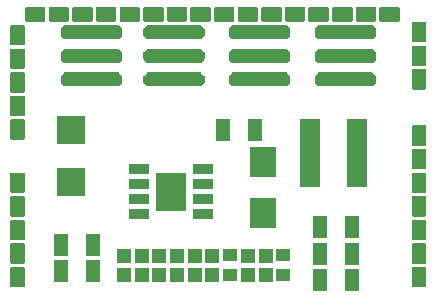
<source format=gts>
G04*
G04 #@! TF.GenerationSoftware,Altium Limited,Altium Designer,24.5.2 (23)*
G04*
G04 Layer_Color=8388736*
%FSLAX44Y44*%
%MOMM*%
G71*
G04*
G04 #@! TF.SameCoordinates,B9E64D96-6C6B-41B8-AF92-246256EA7E35*
G04*
G04*
G04 #@! TF.FilePolarity,Negative*
G04*
G01*
G75*
%ADD16R,2.3000X2.5000*%
%ADD22R,1.7532X5.8032*%
%ADD23R,1.2732X1.9832*%
%ADD24R,2.6032X3.3032*%
%ADD25R,1.7282X0.8532*%
%ADD26R,2.3532X2.4032*%
%ADD27R,1.2232X1.1432*%
%ADD28R,1.2032X1.1032*%
G36*
X327753Y241010D02*
X327883Y240984D01*
X328010Y240941D01*
X328129Y240882D01*
X328240Y240808D01*
X328340Y240720D01*
X328428Y240620D01*
X328502Y240509D01*
X328561Y240390D01*
X328604Y240264D01*
X328629Y240133D01*
X328638Y240000D01*
Y230000D01*
X328629Y229867D01*
X328604Y229736D01*
X328561Y229610D01*
X328502Y229491D01*
X328428Y229380D01*
X328340Y229280D01*
X328240Y229192D01*
X328129Y229118D01*
X328010Y229059D01*
X327883Y229016D01*
X327753Y228990D01*
X327620Y228982D01*
X312380Y228982D01*
X312247Y228991D01*
X312117Y229016D01*
X311990Y229059D01*
X311871Y229118D01*
X311760Y229192D01*
X311660Y229280D01*
X311572Y229380D01*
X311498Y229491D01*
X311439Y229610D01*
X311397Y229736D01*
X311371Y229867D01*
X311362Y230000D01*
Y240000D01*
X311371Y240133D01*
X311397Y240264D01*
X311439Y240390D01*
X311498Y240509D01*
X311572Y240620D01*
X311660Y240720D01*
X311760Y240808D01*
X311871Y240882D01*
X311990Y240941D01*
X312117Y240984D01*
X312247Y241010D01*
X312380Y241018D01*
X327620D01*
X327753Y241010D01*
D02*
G37*
G36*
X307753D02*
X307883Y240984D01*
X308010Y240941D01*
X308129Y240882D01*
X308240Y240808D01*
X308340Y240720D01*
X308428Y240620D01*
X308502Y240509D01*
X308561Y240390D01*
X308603Y240264D01*
X308629Y240133D01*
X308638Y240000D01*
Y230000D01*
X308629Y229867D01*
X308603Y229736D01*
X308561Y229610D01*
X308502Y229491D01*
X308428Y229380D01*
X308340Y229280D01*
X308240Y229192D01*
X308129Y229118D01*
X308010Y229059D01*
X307883Y229016D01*
X307753Y228990D01*
X307620Y228982D01*
X292380Y228982D01*
X292247Y228991D01*
X292117Y229016D01*
X291990Y229059D01*
X291871Y229118D01*
X291760Y229192D01*
X291660Y229280D01*
X291572Y229380D01*
X291498Y229491D01*
X291439Y229610D01*
X291397Y229736D01*
X291371Y229867D01*
X291362Y230000D01*
Y240000D01*
X291371Y240133D01*
X291397Y240264D01*
X291439Y240390D01*
X291498Y240509D01*
X291572Y240620D01*
X291660Y240720D01*
X291760Y240808D01*
X291871Y240882D01*
X291990Y240941D01*
X292117Y240984D01*
X292247Y241010D01*
X292380Y241018D01*
X307620D01*
X307753Y241010D01*
D02*
G37*
G36*
X267753D02*
X267883Y240984D01*
X268010Y240941D01*
X268129Y240882D01*
X268240Y240808D01*
X268340Y240720D01*
X268428Y240620D01*
X268502Y240509D01*
X268561Y240390D01*
X268603Y240264D01*
X268629Y240133D01*
X268638Y240000D01*
Y230000D01*
X268629Y229867D01*
X268603Y229736D01*
X268561Y229610D01*
X268502Y229491D01*
X268428Y229380D01*
X268340Y229280D01*
X268240Y229192D01*
X268129Y229118D01*
X268010Y229059D01*
X267883Y229016D01*
X267753Y228990D01*
X267620Y228982D01*
X252380Y228982D01*
X252247Y228991D01*
X252117Y229016D01*
X251990Y229059D01*
X251871Y229118D01*
X251760Y229192D01*
X251660Y229280D01*
X251572Y229380D01*
X251498Y229491D01*
X251439Y229610D01*
X251397Y229736D01*
X251371Y229867D01*
X251362Y230000D01*
Y240000D01*
X251371Y240133D01*
X251397Y240264D01*
X251439Y240390D01*
X251498Y240509D01*
X251572Y240620D01*
X251660Y240720D01*
X251760Y240808D01*
X251871Y240882D01*
X251990Y240941D01*
X252117Y240984D01*
X252247Y241010D01*
X252380Y241018D01*
X267620D01*
X267753Y241010D01*
D02*
G37*
G36*
X247753D02*
X247883Y240984D01*
X248010Y240941D01*
X248129Y240882D01*
X248240Y240808D01*
X248340Y240720D01*
X248428Y240620D01*
X248502Y240509D01*
X248561Y240390D01*
X248603Y240264D01*
X248629Y240133D01*
X248638Y240000D01*
Y230000D01*
X248629Y229867D01*
X248603Y229736D01*
X248561Y229610D01*
X248502Y229491D01*
X248428Y229380D01*
X248340Y229280D01*
X248240Y229192D01*
X248129Y229118D01*
X248010Y229059D01*
X247883Y229016D01*
X247753Y228990D01*
X247620Y228982D01*
X232380Y228982D01*
X232247Y228991D01*
X232117Y229016D01*
X231990Y229059D01*
X231871Y229118D01*
X231760Y229192D01*
X231660Y229280D01*
X231572Y229380D01*
X231498Y229491D01*
X231439Y229610D01*
X231397Y229736D01*
X231371Y229867D01*
X231362Y230000D01*
Y240000D01*
X231371Y240133D01*
X231397Y240264D01*
X231439Y240390D01*
X231498Y240509D01*
X231572Y240620D01*
X231660Y240720D01*
X231760Y240808D01*
X231871Y240882D01*
X231990Y240941D01*
X232117Y240984D01*
X232247Y241010D01*
X232380Y241018D01*
X247620D01*
X247753Y241010D01*
D02*
G37*
G36*
X227753D02*
X227883Y240984D01*
X228010Y240941D01*
X228129Y240882D01*
X228240Y240808D01*
X228340Y240720D01*
X228428Y240620D01*
X228502Y240509D01*
X228561Y240390D01*
X228603Y240264D01*
X228629Y240133D01*
X228638Y240000D01*
Y230000D01*
X228629Y229867D01*
X228603Y229736D01*
X228561Y229610D01*
X228502Y229491D01*
X228428Y229380D01*
X228340Y229280D01*
X228240Y229192D01*
X228129Y229118D01*
X228010Y229059D01*
X227883Y229016D01*
X227753Y228990D01*
X227620Y228982D01*
X212380Y228982D01*
X212247Y228991D01*
X212117Y229016D01*
X211990Y229059D01*
X211871Y229118D01*
X211760Y229192D01*
X211660Y229280D01*
X211572Y229380D01*
X211498Y229491D01*
X211439Y229610D01*
X211397Y229736D01*
X211371Y229867D01*
X211362Y230000D01*
Y240000D01*
X211371Y240133D01*
X211397Y240264D01*
X211439Y240390D01*
X211498Y240509D01*
X211572Y240620D01*
X211660Y240720D01*
X211760Y240808D01*
X211871Y240882D01*
X211990Y240941D01*
X212117Y240984D01*
X212247Y241010D01*
X212380Y241018D01*
X227620D01*
X227753Y241010D01*
D02*
G37*
G36*
X207753D02*
X207883Y240984D01*
X208010Y240941D01*
X208129Y240882D01*
X208240Y240808D01*
X208340Y240720D01*
X208428Y240620D01*
X208502Y240509D01*
X208561Y240390D01*
X208603Y240264D01*
X208629Y240133D01*
X208638Y240000D01*
Y230000D01*
X208629Y229867D01*
X208603Y229736D01*
X208561Y229610D01*
X208502Y229491D01*
X208428Y229380D01*
X208340Y229280D01*
X208240Y229192D01*
X208129Y229118D01*
X208010Y229059D01*
X207883Y229016D01*
X207753Y228990D01*
X207620Y228982D01*
X192380Y228982D01*
X192247Y228991D01*
X192117Y229016D01*
X191990Y229059D01*
X191871Y229118D01*
X191760Y229192D01*
X191660Y229280D01*
X191572Y229380D01*
X191498Y229491D01*
X191439Y229610D01*
X191397Y229736D01*
X191371Y229867D01*
X191362Y230000D01*
Y240000D01*
X191371Y240133D01*
X191397Y240264D01*
X191439Y240390D01*
X191498Y240509D01*
X191572Y240620D01*
X191660Y240720D01*
X191760Y240808D01*
X191871Y240882D01*
X191990Y240941D01*
X192117Y240984D01*
X192247Y241010D01*
X192380Y241018D01*
X207620D01*
X207753Y241010D01*
D02*
G37*
G36*
X187753D02*
X187883Y240984D01*
X188010Y240941D01*
X188129Y240882D01*
X188240Y240808D01*
X188340Y240720D01*
X188428Y240620D01*
X188502Y240509D01*
X188561Y240390D01*
X188603Y240264D01*
X188629Y240133D01*
X188638Y240000D01*
Y230000D01*
X188629Y229867D01*
X188603Y229736D01*
X188561Y229610D01*
X188502Y229491D01*
X188428Y229380D01*
X188340Y229280D01*
X188240Y229192D01*
X188129Y229118D01*
X188010Y229059D01*
X187883Y229016D01*
X187753Y228990D01*
X187620Y228982D01*
X172380Y228982D01*
X172247Y228991D01*
X172117Y229016D01*
X171990Y229059D01*
X171871Y229118D01*
X171760Y229192D01*
X171660Y229280D01*
X171572Y229380D01*
X171498Y229491D01*
X171439Y229610D01*
X171397Y229736D01*
X171371Y229867D01*
X171362Y230000D01*
Y240000D01*
X171371Y240133D01*
X171397Y240264D01*
X171439Y240390D01*
X171498Y240509D01*
X171572Y240620D01*
X171660Y240720D01*
X171760Y240808D01*
X171871Y240882D01*
X171990Y240941D01*
X172117Y240984D01*
X172247Y241010D01*
X172380Y241018D01*
X187620D01*
X187753Y241010D01*
D02*
G37*
G36*
X167753D02*
X167883Y240984D01*
X168010Y240941D01*
X168129Y240882D01*
X168240Y240808D01*
X168340Y240720D01*
X168428Y240620D01*
X168502Y240509D01*
X168561Y240390D01*
X168603Y240264D01*
X168629Y240133D01*
X168638Y240000D01*
Y230000D01*
X168629Y229867D01*
X168603Y229736D01*
X168561Y229610D01*
X168502Y229491D01*
X168428Y229380D01*
X168340Y229280D01*
X168240Y229192D01*
X168129Y229118D01*
X168010Y229059D01*
X167883Y229016D01*
X167753Y228990D01*
X167620Y228982D01*
X152380Y228982D01*
X152247Y228991D01*
X152116Y229016D01*
X151990Y229059D01*
X151871Y229118D01*
X151760Y229192D01*
X151660Y229280D01*
X151572Y229380D01*
X151498Y229491D01*
X151439Y229610D01*
X151397Y229736D01*
X151370Y229867D01*
X151362Y230000D01*
Y240000D01*
X151370Y240133D01*
X151397Y240264D01*
X151439Y240390D01*
X151498Y240509D01*
X151572Y240620D01*
X151660Y240720D01*
X151760Y240808D01*
X151871Y240882D01*
X151990Y240941D01*
X152116Y240984D01*
X152247Y241010D01*
X152380Y241018D01*
X167620D01*
X167753Y241010D01*
D02*
G37*
G36*
X147753D02*
X147884Y240984D01*
X148010Y240941D01*
X148129Y240882D01*
X148240Y240808D01*
X148340Y240720D01*
X148428Y240620D01*
X148502Y240509D01*
X148561Y240390D01*
X148603Y240264D01*
X148630Y240133D01*
X148638Y240000D01*
Y230000D01*
X148630Y229867D01*
X148603Y229736D01*
X148561Y229610D01*
X148502Y229491D01*
X148428Y229380D01*
X148340Y229280D01*
X148240Y229192D01*
X148129Y229118D01*
X148010Y229059D01*
X147884Y229016D01*
X147753Y228990D01*
X147620Y228982D01*
X132380Y228982D01*
X132247Y228991D01*
X132116Y229016D01*
X131990Y229059D01*
X131871Y229118D01*
X131760Y229192D01*
X131660Y229280D01*
X131572Y229380D01*
X131498Y229491D01*
X131439Y229610D01*
X131397Y229736D01*
X131370Y229867D01*
X131362Y230000D01*
Y240000D01*
X131370Y240133D01*
X131397Y240264D01*
X131439Y240390D01*
X131498Y240509D01*
X131572Y240620D01*
X131660Y240720D01*
X131760Y240808D01*
X131871Y240882D01*
X131990Y240941D01*
X132116Y240984D01*
X132247Y241010D01*
X132380Y241018D01*
X147620D01*
X147753Y241010D01*
D02*
G37*
G36*
X127753D02*
X127884Y240984D01*
X128010Y240941D01*
X128129Y240882D01*
X128240Y240808D01*
X128340Y240720D01*
X128428Y240620D01*
X128502Y240509D01*
X128561Y240390D01*
X128603Y240264D01*
X128630Y240133D01*
X128638Y240000D01*
Y230000D01*
X128630Y229867D01*
X128603Y229736D01*
X128561Y229610D01*
X128502Y229491D01*
X128428Y229380D01*
X128340Y229280D01*
X128240Y229192D01*
X128129Y229118D01*
X128010Y229059D01*
X127884Y229016D01*
X127753Y228990D01*
X127620Y228982D01*
X112380Y228982D01*
X112247Y228991D01*
X112116Y229016D01*
X111990Y229059D01*
X111871Y229118D01*
X111760Y229192D01*
X111660Y229280D01*
X111572Y229380D01*
X111498Y229491D01*
X111439Y229610D01*
X111397Y229736D01*
X111370Y229867D01*
X111362Y230000D01*
Y240000D01*
X111370Y240133D01*
X111397Y240264D01*
X111439Y240390D01*
X111498Y240509D01*
X111572Y240620D01*
X111660Y240720D01*
X111760Y240808D01*
X111871Y240882D01*
X111990Y240941D01*
X112116Y240984D01*
X112247Y241010D01*
X112380Y241018D01*
X127620D01*
X127753Y241010D01*
D02*
G37*
G36*
X107753D02*
X107884Y240984D01*
X108010Y240941D01*
X108129Y240882D01*
X108240Y240808D01*
X108340Y240720D01*
X108428Y240620D01*
X108502Y240509D01*
X108561Y240390D01*
X108603Y240264D01*
X108630Y240133D01*
X108638Y240000D01*
Y230000D01*
X108630Y229867D01*
X108603Y229736D01*
X108561Y229610D01*
X108502Y229491D01*
X108428Y229380D01*
X108340Y229280D01*
X108240Y229192D01*
X108129Y229118D01*
X108010Y229059D01*
X107884Y229016D01*
X107753Y228990D01*
X107620Y228982D01*
X92380Y228982D01*
X92247Y228991D01*
X92116Y229016D01*
X91990Y229059D01*
X91871Y229118D01*
X91760Y229192D01*
X91660Y229280D01*
X91572Y229380D01*
X91498Y229491D01*
X91439Y229610D01*
X91397Y229736D01*
X91370Y229867D01*
X91362Y230000D01*
Y240000D01*
X91370Y240133D01*
X91397Y240264D01*
X91439Y240390D01*
X91498Y240509D01*
X91572Y240620D01*
X91660Y240720D01*
X91760Y240808D01*
X91871Y240882D01*
X91990Y240941D01*
X92116Y240984D01*
X92247Y241010D01*
X92380Y241018D01*
X107620D01*
X107753Y241010D01*
D02*
G37*
G36*
X47753D02*
X47884Y240984D01*
X48010Y240941D01*
X48129Y240882D01*
X48240Y240808D01*
X48340Y240720D01*
X48428Y240620D01*
X48502Y240509D01*
X48561Y240390D01*
X48604Y240264D01*
X48629Y240133D01*
X48638Y240000D01*
Y230000D01*
X48629Y229867D01*
X48604Y229736D01*
X48561Y229610D01*
X48502Y229491D01*
X48428Y229380D01*
X48340Y229280D01*
X48240Y229192D01*
X48129Y229118D01*
X48010Y229059D01*
X47884Y229016D01*
X47753Y228990D01*
X47620Y228982D01*
X32380Y228982D01*
X32247Y228991D01*
X32116Y229016D01*
X31990Y229059D01*
X31871Y229118D01*
X31760Y229192D01*
X31660Y229280D01*
X31572Y229380D01*
X31498Y229491D01*
X31439Y229610D01*
X31397Y229736D01*
X31370Y229867D01*
X31362Y230000D01*
Y240000D01*
X31370Y240133D01*
X31397Y240264D01*
X31439Y240390D01*
X31498Y240509D01*
X31572Y240620D01*
X31660Y240720D01*
X31760Y240808D01*
X31871Y240882D01*
X31990Y240941D01*
X32116Y240984D01*
X32247Y241010D01*
X32380Y241018D01*
X47620D01*
X47753Y241010D01*
D02*
G37*
G36*
X27753D02*
X27884Y240984D01*
X28010Y240941D01*
X28129Y240882D01*
X28240Y240808D01*
X28340Y240720D01*
X28428Y240620D01*
X28502Y240509D01*
X28561Y240390D01*
X28603Y240264D01*
X28630Y240133D01*
X28638Y240000D01*
Y230000D01*
X28630Y229867D01*
X28603Y229736D01*
X28561Y229610D01*
X28502Y229491D01*
X28428Y229380D01*
X28340Y229280D01*
X28240Y229192D01*
X28129Y229118D01*
X28010Y229059D01*
X27884Y229016D01*
X27753Y228990D01*
X27620Y228982D01*
X12380Y228982D01*
X12247Y228991D01*
X12117Y229016D01*
X11990Y229059D01*
X11871Y229118D01*
X11760Y229192D01*
X11660Y229280D01*
X11572Y229380D01*
X11498Y229491D01*
X11439Y229610D01*
X11396Y229736D01*
X11371Y229867D01*
X11362Y230000D01*
Y240000D01*
X11371Y240133D01*
X11396Y240264D01*
X11439Y240390D01*
X11498Y240509D01*
X11572Y240620D01*
X11660Y240720D01*
X11760Y240808D01*
X11871Y240882D01*
X11990Y240941D01*
X12117Y240984D01*
X12247Y241010D01*
X12380Y241018D01*
X27620D01*
X27753Y241010D01*
D02*
G37*
G36*
X287753Y241009D02*
X287883Y240984D01*
X288010Y240941D01*
X288129Y240882D01*
X288240Y240808D01*
X288340Y240720D01*
X288428Y240620D01*
X288502Y240509D01*
X288561Y240390D01*
X288603Y240264D01*
X288629Y240133D01*
X288638Y240000D01*
Y230000D01*
X288629Y229867D01*
X288603Y229736D01*
X288561Y229610D01*
X288502Y229491D01*
X288428Y229380D01*
X288340Y229280D01*
X288240Y229192D01*
X288129Y229118D01*
X288010Y229059D01*
X287883Y229016D01*
X287753Y228990D01*
X287620Y228982D01*
X272380Y228982D01*
X272247Y228990D01*
X272116Y229016D01*
X271990Y229059D01*
X271871Y229118D01*
X271760Y229192D01*
X271660Y229280D01*
X271572Y229380D01*
X271498Y229491D01*
X271439Y229610D01*
X271397Y229736D01*
X271371Y229867D01*
X271362Y230000D01*
Y240000D01*
X271371Y240133D01*
X271397Y240264D01*
X271439Y240390D01*
X271498Y240509D01*
X271572Y240620D01*
X271660Y240720D01*
X271760Y240808D01*
X271871Y240882D01*
X271990Y240941D01*
X272116Y240984D01*
X272247Y241009D01*
X272380Y241018D01*
X287620D01*
X287753Y241009D01*
D02*
G37*
G36*
X87753D02*
X87884Y240984D01*
X88010Y240941D01*
X88129Y240882D01*
X88240Y240808D01*
X88340Y240720D01*
X88428Y240620D01*
X88502Y240509D01*
X88561Y240390D01*
X88603Y240264D01*
X88630Y240133D01*
X88638Y240000D01*
Y230000D01*
X88630Y229867D01*
X88603Y229736D01*
X88561Y229610D01*
X88502Y229491D01*
X88428Y229380D01*
X88340Y229280D01*
X88240Y229192D01*
X88129Y229118D01*
X88010Y229059D01*
X87884Y229016D01*
X87753Y228990D01*
X87620Y228982D01*
X72380Y228982D01*
X72247Y228990D01*
X72116Y229016D01*
X71990Y229059D01*
X71871Y229118D01*
X71760Y229192D01*
X71660Y229280D01*
X71572Y229380D01*
X71498Y229491D01*
X71439Y229610D01*
X71396Y229736D01*
X71371Y229867D01*
X71362Y230000D01*
Y240000D01*
X71371Y240133D01*
X71396Y240264D01*
X71439Y240390D01*
X71498Y240509D01*
X71572Y240620D01*
X71660Y240720D01*
X71760Y240808D01*
X71871Y240882D01*
X71990Y240941D01*
X72116Y240984D01*
X72247Y241009D01*
X72380Y241018D01*
X87620D01*
X87753Y241009D01*
D02*
G37*
G36*
X67753D02*
X67884Y240984D01*
X68010Y240941D01*
X68129Y240882D01*
X68240Y240808D01*
X68340Y240720D01*
X68428Y240620D01*
X68502Y240509D01*
X68561Y240390D01*
X68604Y240264D01*
X68629Y240133D01*
X68638Y240000D01*
Y230000D01*
X68629Y229867D01*
X68604Y229736D01*
X68561Y229610D01*
X68502Y229491D01*
X68428Y229380D01*
X68340Y229280D01*
X68240Y229192D01*
X68129Y229118D01*
X68010Y229059D01*
X67884Y229016D01*
X67753Y228990D01*
X67620Y228982D01*
X52380Y228982D01*
X52247Y228990D01*
X52116Y229016D01*
X51990Y229059D01*
X51871Y229118D01*
X51760Y229192D01*
X51660Y229280D01*
X51572Y229380D01*
X51498Y229491D01*
X51439Y229610D01*
X51396Y229736D01*
X51371Y229867D01*
X51362Y230000D01*
Y240000D01*
X51371Y240133D01*
X51396Y240264D01*
X51439Y240390D01*
X51498Y240509D01*
X51572Y240620D01*
X51660Y240720D01*
X51760Y240808D01*
X51871Y240882D01*
X51990Y240941D01*
X52116Y240984D01*
X52247Y241009D01*
X52380Y241018D01*
X67620D01*
X67753Y241009D01*
D02*
G37*
G36*
X305133Y226010D02*
X305264Y225984D01*
X305390Y225941D01*
X305509Y225882D01*
X305620Y225808D01*
X305720Y225720D01*
X308220Y223220D01*
X308308Y223120D01*
X308382Y223009D01*
X308441Y222890D01*
X308484Y222764D01*
X308510Y222633D01*
X308518Y222500D01*
Y217500D01*
X308510Y217367D01*
X308484Y217236D01*
X308441Y217110D01*
X308382Y216991D01*
X308308Y216880D01*
X308220Y216780D01*
X305720Y214280D01*
X305620Y214192D01*
X305509Y214118D01*
X305390Y214059D01*
X305264Y214016D01*
X305133Y213990D01*
X305000Y213982D01*
X260000D01*
X259867Y213990D01*
X259736Y214016D01*
X259610Y214059D01*
X259491Y214118D01*
X259380Y214192D01*
X259280Y214280D01*
X256780Y216780D01*
X256692Y216880D01*
X256618Y216991D01*
X256559Y217110D01*
X256516Y217236D01*
X256490Y217367D01*
X256482Y217500D01*
Y222500D01*
X256490Y222633D01*
X256516Y222764D01*
X256559Y222890D01*
X256618Y223009D01*
X256692Y223120D01*
X256780Y223220D01*
X259280Y225720D01*
X259380Y225808D01*
X259491Y225882D01*
X259610Y225941D01*
X259736Y225984D01*
X259867Y226010D01*
X260000Y226018D01*
X305000D01*
X305133Y226010D01*
D02*
G37*
G36*
X232633D02*
X232764Y225984D01*
X232890Y225941D01*
X233009Y225882D01*
X233120Y225808D01*
X233220Y225720D01*
X235720Y223220D01*
X235808Y223120D01*
X235882Y223009D01*
X235941Y222890D01*
X235984Y222764D01*
X236010Y222633D01*
X236018Y222500D01*
Y217500D01*
X236010Y217367D01*
X235984Y217236D01*
X235941Y217110D01*
X235882Y216991D01*
X235808Y216880D01*
X235720Y216780D01*
X233220Y214280D01*
X233120Y214192D01*
X233009Y214118D01*
X232890Y214059D01*
X232764Y214016D01*
X232633Y213990D01*
X232500Y213982D01*
X187500D01*
X187367Y213990D01*
X187236Y214016D01*
X187110Y214059D01*
X186991Y214118D01*
X186880Y214192D01*
X186780Y214280D01*
X184280Y216780D01*
X184192Y216880D01*
X184118Y216991D01*
X184059Y217110D01*
X184016Y217236D01*
X183990Y217367D01*
X183982Y217500D01*
Y222500D01*
X183990Y222633D01*
X184016Y222764D01*
X184059Y222890D01*
X184118Y223009D01*
X184192Y223120D01*
X184280Y223220D01*
X186780Y225720D01*
X186880Y225808D01*
X186991Y225882D01*
X187110Y225941D01*
X187236Y225984D01*
X187367Y226010D01*
X187500Y226018D01*
X232500D01*
X232633Y226010D01*
D02*
G37*
G36*
X160133D02*
X160264Y225984D01*
X160390Y225941D01*
X160509Y225882D01*
X160620Y225808D01*
X160720Y225720D01*
X163220Y223220D01*
X163308Y223120D01*
X163382Y223009D01*
X163441Y222890D01*
X163484Y222764D01*
X163510Y222633D01*
X163518Y222500D01*
Y217500D01*
X163510Y217367D01*
X163484Y217236D01*
X163441Y217110D01*
X163382Y216991D01*
X163308Y216880D01*
X163220Y216780D01*
X160720Y214280D01*
X160620Y214192D01*
X160509Y214118D01*
X160390Y214059D01*
X160264Y214016D01*
X160133Y213990D01*
X160000Y213982D01*
X115000D01*
X114867Y213990D01*
X114736Y214016D01*
X114610Y214059D01*
X114491Y214118D01*
X114380Y214192D01*
X114280Y214280D01*
X111780Y216780D01*
X111692Y216880D01*
X111618Y216991D01*
X111559Y217110D01*
X111517Y217236D01*
X111490Y217367D01*
X111482Y217500D01*
Y222500D01*
X111490Y222633D01*
X111517Y222764D01*
X111559Y222890D01*
X111618Y223009D01*
X111692Y223120D01*
X111780Y223220D01*
X114280Y225720D01*
X114380Y225808D01*
X114491Y225882D01*
X114610Y225941D01*
X114736Y225984D01*
X114867Y226010D01*
X115000Y226018D01*
X160000D01*
X160133Y226010D01*
D02*
G37*
G36*
X90133D02*
X90264Y225984D01*
X90390Y225941D01*
X90509Y225882D01*
X90620Y225808D01*
X90720Y225720D01*
X93220Y223220D01*
X93308Y223120D01*
X93382Y223009D01*
X93441Y222890D01*
X93483Y222764D01*
X93510Y222633D01*
X93518Y222500D01*
Y217500D01*
X93510Y217367D01*
X93483Y217236D01*
X93441Y217110D01*
X93382Y216991D01*
X93308Y216880D01*
X93220Y216780D01*
X90720Y214280D01*
X90620Y214192D01*
X90509Y214118D01*
X90390Y214059D01*
X90264Y214016D01*
X90133Y213990D01*
X90000Y213982D01*
X45000D01*
X44867Y213990D01*
X44736Y214016D01*
X44610Y214059D01*
X44491Y214118D01*
X44380Y214192D01*
X44280Y214280D01*
X41780Y216780D01*
X41692Y216880D01*
X41618Y216991D01*
X41559Y217110D01*
X41516Y217236D01*
X41491Y217367D01*
X41482Y217500D01*
Y222500D01*
X41491Y222633D01*
X41516Y222764D01*
X41559Y222890D01*
X41618Y223009D01*
X41692Y223120D01*
X41780Y223220D01*
X44280Y225720D01*
X44380Y225808D01*
X44491Y225882D01*
X44610Y225941D01*
X44736Y225984D01*
X44867Y226010D01*
X45000Y226018D01*
X90000D01*
X90133Y226010D01*
D02*
G37*
G36*
X350133Y228629D02*
X350263Y228603D01*
X350390Y228561D01*
X350509Y228502D01*
X350620Y228428D01*
X350720Y228340D01*
X350808Y228240D01*
X350882Y228129D01*
X350941Y228010D01*
X350984Y227883D01*
X351009Y227753D01*
X351018Y227620D01*
Y212380D01*
X351009Y212247D01*
X350984Y212117D01*
X350941Y211990D01*
X350882Y211871D01*
X350808Y211760D01*
X350720Y211660D01*
X350620Y211572D01*
X350509Y211498D01*
X350390Y211439D01*
X350263Y211397D01*
X350133Y211371D01*
X350000Y211362D01*
X340000D01*
X339867Y211371D01*
X339737Y211397D01*
X339610Y211439D01*
X339491Y211498D01*
X339380Y211572D01*
X339280Y211660D01*
X339192Y211760D01*
X339118Y211871D01*
X339059Y211990D01*
X339016Y212117D01*
X338991Y212247D01*
X338982Y212380D01*
X338982Y227620D01*
X338991Y227753D01*
X339016Y227883D01*
X339059Y228010D01*
X339118Y228129D01*
X339192Y228240D01*
X339280Y228340D01*
X339380Y228428D01*
X339491Y228502D01*
X339610Y228561D01*
X339737Y228603D01*
X339867Y228629D01*
X340000Y228638D01*
X350000D01*
X350133Y228629D01*
D02*
G37*
G36*
X10133Y226129D02*
X10264Y226103D01*
X10390Y226061D01*
X10509Y226002D01*
X10620Y225928D01*
X10720Y225840D01*
X10808Y225740D01*
X10882Y225629D01*
X10941Y225510D01*
X10984Y225383D01*
X11010Y225253D01*
X11018Y225120D01*
X11018Y209880D01*
X11010Y209747D01*
X10984Y209617D01*
X10941Y209490D01*
X10882Y209371D01*
X10808Y209260D01*
X10720Y209160D01*
X10620Y209072D01*
X10509Y208998D01*
X10390Y208939D01*
X10264Y208897D01*
X10133Y208871D01*
X10000Y208862D01*
X0D01*
X-133Y208871D01*
X-264Y208897D01*
X-390Y208939D01*
X-509Y208998D01*
X-620Y209072D01*
X-720Y209160D01*
X-808Y209260D01*
X-882Y209371D01*
X-941Y209490D01*
X-984Y209617D01*
X-1010Y209747D01*
X-1018Y209880D01*
Y225120D01*
X-1010Y225253D01*
X-984Y225383D01*
X-941Y225510D01*
X-882Y225629D01*
X-808Y225740D01*
X-720Y225840D01*
X-620Y225928D01*
X-509Y226002D01*
X-390Y226061D01*
X-264Y226103D01*
X-133Y226129D01*
X0Y226138D01*
X10000D01*
X10133Y226129D01*
D02*
G37*
G36*
X305133Y206010D02*
X305264Y205984D01*
X305390Y205941D01*
X305509Y205882D01*
X305620Y205808D01*
X305720Y205720D01*
X308220Y203220D01*
X308308Y203120D01*
X308382Y203009D01*
X308441Y202890D01*
X308484Y202764D01*
X308510Y202633D01*
X308518Y202500D01*
Y197500D01*
X308510Y197367D01*
X308484Y197236D01*
X308441Y197110D01*
X308382Y196991D01*
X308308Y196880D01*
X308220Y196780D01*
X305720Y194280D01*
X305620Y194192D01*
X305509Y194118D01*
X305390Y194059D01*
X305264Y194016D01*
X305133Y193990D01*
X305000Y193982D01*
X260000D01*
X259867Y193990D01*
X259736Y194016D01*
X259610Y194059D01*
X259491Y194118D01*
X259380Y194192D01*
X259280Y194280D01*
X256780Y196780D01*
X256692Y196880D01*
X256618Y196991D01*
X256559Y197110D01*
X256516Y197236D01*
X256490Y197367D01*
X256482Y197500D01*
Y202500D01*
X256490Y202633D01*
X256516Y202764D01*
X256559Y202890D01*
X256618Y203009D01*
X256692Y203120D01*
X256780Y203220D01*
X259280Y205720D01*
X259380Y205808D01*
X259491Y205882D01*
X259610Y205941D01*
X259736Y205984D01*
X259867Y206010D01*
X260000Y206018D01*
X305000D01*
X305133Y206010D01*
D02*
G37*
G36*
X232633D02*
X232764Y205984D01*
X232890Y205941D01*
X233009Y205882D01*
X233120Y205808D01*
X233220Y205720D01*
X235720Y203220D01*
X235808Y203120D01*
X235882Y203009D01*
X235941Y202890D01*
X235984Y202764D01*
X236010Y202633D01*
X236018Y202500D01*
Y197500D01*
X236010Y197367D01*
X235984Y197236D01*
X235941Y197110D01*
X235882Y196991D01*
X235808Y196880D01*
X235720Y196780D01*
X233220Y194280D01*
X233120Y194192D01*
X233009Y194118D01*
X232890Y194059D01*
X232764Y194016D01*
X232633Y193990D01*
X232500Y193982D01*
X187500D01*
X187367Y193990D01*
X187236Y194016D01*
X187110Y194059D01*
X186991Y194118D01*
X186880Y194192D01*
X186780Y194280D01*
X184280Y196780D01*
X184192Y196880D01*
X184118Y196991D01*
X184059Y197110D01*
X184016Y197236D01*
X183990Y197367D01*
X183982Y197500D01*
Y202500D01*
X183990Y202633D01*
X184016Y202764D01*
X184059Y202890D01*
X184118Y203009D01*
X184192Y203120D01*
X184280Y203220D01*
X186780Y205720D01*
X186880Y205808D01*
X186991Y205882D01*
X187110Y205941D01*
X187236Y205984D01*
X187367Y206010D01*
X187500Y206018D01*
X232500D01*
X232633Y206010D01*
D02*
G37*
G36*
X160133D02*
X160264Y205984D01*
X160390Y205941D01*
X160509Y205882D01*
X160620Y205808D01*
X160720Y205720D01*
X163220Y203220D01*
X163308Y203120D01*
X163382Y203009D01*
X163441Y202890D01*
X163484Y202764D01*
X163510Y202633D01*
X163518Y202500D01*
Y197500D01*
X163510Y197367D01*
X163484Y197236D01*
X163441Y197110D01*
X163382Y196991D01*
X163308Y196880D01*
X163220Y196780D01*
X160720Y194280D01*
X160620Y194192D01*
X160509Y194118D01*
X160390Y194059D01*
X160264Y194016D01*
X160133Y193990D01*
X160000Y193982D01*
X115000D01*
X114867Y193990D01*
X114736Y194016D01*
X114610Y194059D01*
X114491Y194118D01*
X114380Y194192D01*
X114280Y194280D01*
X111780Y196780D01*
X111692Y196880D01*
X111618Y196991D01*
X111559Y197110D01*
X111517Y197236D01*
X111490Y197367D01*
X111482Y197500D01*
Y202500D01*
X111490Y202633D01*
X111517Y202764D01*
X111559Y202890D01*
X111618Y203009D01*
X111692Y203120D01*
X111780Y203220D01*
X114280Y205720D01*
X114380Y205808D01*
X114491Y205882D01*
X114610Y205941D01*
X114736Y205984D01*
X114867Y206010D01*
X115000Y206018D01*
X160000D01*
X160133Y206010D01*
D02*
G37*
G36*
X90133D02*
X90264Y205984D01*
X90390Y205941D01*
X90509Y205882D01*
X90620Y205808D01*
X90720Y205720D01*
X93220Y203220D01*
X93308Y203120D01*
X93382Y203009D01*
X93441Y202890D01*
X93483Y202764D01*
X93510Y202633D01*
X93518Y202500D01*
Y197500D01*
X93510Y197367D01*
X93483Y197236D01*
X93441Y197110D01*
X93382Y196991D01*
X93308Y196880D01*
X93220Y196780D01*
X90720Y194280D01*
X90620Y194192D01*
X90509Y194118D01*
X90390Y194059D01*
X90264Y194016D01*
X90133Y193990D01*
X90000Y193982D01*
X45000D01*
X44867Y193990D01*
X44736Y194016D01*
X44610Y194059D01*
X44491Y194118D01*
X44380Y194192D01*
X44280Y194280D01*
X41780Y196780D01*
X41692Y196880D01*
X41618Y196991D01*
X41559Y197110D01*
X41516Y197236D01*
X41491Y197367D01*
X41482Y197500D01*
Y202500D01*
X41491Y202633D01*
X41516Y202764D01*
X41559Y202890D01*
X41618Y203009D01*
X41692Y203120D01*
X41780Y203220D01*
X44280Y205720D01*
X44380Y205808D01*
X44491Y205882D01*
X44610Y205941D01*
X44736Y205984D01*
X44867Y206010D01*
X45000Y206018D01*
X90000D01*
X90133Y206010D01*
D02*
G37*
G36*
X350133Y208629D02*
X350263Y208603D01*
X350390Y208561D01*
X350509Y208502D01*
X350620Y208428D01*
X350720Y208340D01*
X350808Y208240D01*
X350882Y208129D01*
X350941Y208010D01*
X350984Y207883D01*
X351009Y207753D01*
X351018Y207620D01*
Y192380D01*
X351009Y192247D01*
X350984Y192117D01*
X350941Y191990D01*
X350882Y191871D01*
X350808Y191760D01*
X350720Y191660D01*
X350620Y191572D01*
X350509Y191498D01*
X350390Y191439D01*
X350263Y191397D01*
X350133Y191371D01*
X350000Y191362D01*
X340000D01*
X339867Y191371D01*
X339737Y191397D01*
X339610Y191439D01*
X339491Y191498D01*
X339380Y191572D01*
X339280Y191660D01*
X339192Y191760D01*
X339118Y191871D01*
X339059Y191990D01*
X339016Y192117D01*
X338991Y192247D01*
X338982Y192380D01*
X338982Y207620D01*
X338991Y207753D01*
X339016Y207883D01*
X339059Y208010D01*
X339118Y208129D01*
X339192Y208240D01*
X339280Y208340D01*
X339380Y208428D01*
X339491Y208502D01*
X339610Y208561D01*
X339737Y208603D01*
X339867Y208629D01*
X340000Y208638D01*
X350000D01*
X350133Y208629D01*
D02*
G37*
G36*
X10133Y206129D02*
X10264Y206103D01*
X10390Y206061D01*
X10509Y206002D01*
X10620Y205928D01*
X10720Y205840D01*
X10808Y205740D01*
X10882Y205629D01*
X10941Y205510D01*
X10984Y205383D01*
X11010Y205253D01*
X11018Y205120D01*
X11018Y189880D01*
X11010Y189747D01*
X10984Y189617D01*
X10941Y189490D01*
X10882Y189371D01*
X10808Y189260D01*
X10720Y189160D01*
X10620Y189072D01*
X10509Y188998D01*
X10390Y188939D01*
X10264Y188897D01*
X10133Y188871D01*
X10000Y188862D01*
X0D01*
X-133Y188871D01*
X-264Y188897D01*
X-390Y188939D01*
X-509Y188998D01*
X-620Y189072D01*
X-720Y189160D01*
X-808Y189260D01*
X-882Y189371D01*
X-941Y189490D01*
X-984Y189617D01*
X-1010Y189747D01*
X-1018Y189880D01*
Y205120D01*
X-1010Y205253D01*
X-984Y205383D01*
X-941Y205510D01*
X-882Y205629D01*
X-808Y205740D01*
X-720Y205840D01*
X-620Y205928D01*
X-509Y206002D01*
X-390Y206061D01*
X-264Y206103D01*
X-133Y206129D01*
X0Y206138D01*
X10000D01*
X10133Y206129D01*
D02*
G37*
G36*
X232633Y186010D02*
X232764Y185984D01*
X232890Y185941D01*
X233009Y185882D01*
X233120Y185808D01*
X233220Y185720D01*
X235720Y183220D01*
X235808Y183120D01*
X235882Y183009D01*
X235941Y182890D01*
X235984Y182764D01*
X236010Y182633D01*
X236019Y182500D01*
Y177500D01*
X236010Y177367D01*
X235984Y177237D01*
X235941Y177111D01*
X235882Y176991D01*
X235808Y176880D01*
X235720Y176780D01*
X233220Y174280D01*
X233120Y174193D01*
X233009Y174118D01*
X232890Y174060D01*
X232764Y174017D01*
X232633Y173991D01*
X232500Y173982D01*
X187500D01*
X187367Y173991D01*
X187237Y174017D01*
X187111Y174060D01*
X186991Y174118D01*
X186881Y174193D01*
X186780Y174280D01*
X184280Y176780D01*
X184193Y176880D01*
X184119Y176991D01*
X184060Y177111D01*
X184017Y177237D01*
X183991Y177367D01*
X183982Y177500D01*
Y182500D01*
X183991Y182633D01*
X184017Y182764D01*
X184060Y182890D01*
X184119Y183009D01*
X184193Y183120D01*
X184280Y183220D01*
X186780Y185720D01*
X186881Y185808D01*
X186991Y185882D01*
X187111Y185941D01*
X187237Y185984D01*
X187367Y186010D01*
X187500Y186018D01*
X232500D01*
X232633Y186010D01*
D02*
G37*
G36*
X305133Y186010D02*
X305264Y185984D01*
X305390Y185941D01*
X305509Y185882D01*
X305620Y185808D01*
X305720Y185720D01*
X308220Y183220D01*
X308308Y183120D01*
X308382Y183009D01*
X308441Y182890D01*
X308484Y182764D01*
X308510Y182633D01*
X308518Y182500D01*
Y177500D01*
X308510Y177367D01*
X308484Y177236D01*
X308441Y177110D01*
X308382Y176991D01*
X308308Y176880D01*
X308220Y176780D01*
X305720Y174280D01*
X305620Y174192D01*
X305509Y174118D01*
X305390Y174059D01*
X305264Y174016D01*
X305133Y173990D01*
X305000Y173982D01*
X260000D01*
X259867Y173990D01*
X259736Y174016D01*
X259610Y174059D01*
X259491Y174118D01*
X259380Y174192D01*
X259280Y174280D01*
X256780Y176780D01*
X256692Y176880D01*
X256618Y176991D01*
X256559Y177110D01*
X256516Y177236D01*
X256490Y177367D01*
X256482Y177500D01*
Y182500D01*
X256490Y182633D01*
X256516Y182764D01*
X256559Y182890D01*
X256618Y183009D01*
X256692Y183120D01*
X256780Y183220D01*
X259280Y185720D01*
X259380Y185808D01*
X259491Y185882D01*
X259610Y185941D01*
X259736Y185984D01*
X259867Y186010D01*
X260000Y186018D01*
X305000D01*
X305133Y186010D01*
D02*
G37*
G36*
X160133D02*
X160264Y185984D01*
X160390Y185941D01*
X160509Y185882D01*
X160620Y185808D01*
X160720Y185720D01*
X163220Y183220D01*
X163308Y183120D01*
X163382Y183009D01*
X163441Y182890D01*
X163484Y182764D01*
X163510Y182633D01*
X163518Y182500D01*
Y177500D01*
X163510Y177367D01*
X163484Y177236D01*
X163441Y177110D01*
X163382Y176991D01*
X163308Y176880D01*
X163220Y176780D01*
X160720Y174280D01*
X160620Y174192D01*
X160509Y174118D01*
X160390Y174059D01*
X160264Y174016D01*
X160133Y173990D01*
X160000Y173982D01*
X115000D01*
X114867Y173990D01*
X114736Y174016D01*
X114610Y174059D01*
X114491Y174118D01*
X114380Y174192D01*
X114280Y174280D01*
X111780Y176780D01*
X111692Y176880D01*
X111618Y176991D01*
X111559Y177110D01*
X111517Y177236D01*
X111490Y177367D01*
X111482Y177500D01*
Y182500D01*
X111490Y182633D01*
X111517Y182764D01*
X111559Y182890D01*
X111618Y183009D01*
X111692Y183120D01*
X111780Y183220D01*
X114280Y185720D01*
X114380Y185808D01*
X114491Y185882D01*
X114610Y185941D01*
X114736Y185984D01*
X114867Y186010D01*
X115000Y186018D01*
X160000D01*
X160133Y186010D01*
D02*
G37*
G36*
X90133D02*
X90264Y185984D01*
X90390Y185941D01*
X90509Y185882D01*
X90620Y185808D01*
X90720Y185720D01*
X93220Y183220D01*
X93308Y183120D01*
X93382Y183009D01*
X93441Y182890D01*
X93483Y182764D01*
X93510Y182633D01*
X93518Y182500D01*
Y177500D01*
X93510Y177367D01*
X93483Y177236D01*
X93441Y177110D01*
X93382Y176991D01*
X93308Y176880D01*
X93220Y176780D01*
X90720Y174280D01*
X90620Y174192D01*
X90509Y174118D01*
X90390Y174059D01*
X90264Y174016D01*
X90133Y173990D01*
X90000Y173982D01*
X45000D01*
X44867Y173990D01*
X44736Y174016D01*
X44610Y174059D01*
X44491Y174118D01*
X44380Y174192D01*
X44280Y174280D01*
X41780Y176780D01*
X41692Y176880D01*
X41618Y176991D01*
X41559Y177110D01*
X41516Y177236D01*
X41491Y177367D01*
X41482Y177500D01*
Y182500D01*
X41491Y182633D01*
X41516Y182764D01*
X41559Y182890D01*
X41618Y183009D01*
X41692Y183120D01*
X41780Y183220D01*
X44280Y185720D01*
X44380Y185808D01*
X44491Y185882D01*
X44610Y185941D01*
X44736Y185984D01*
X44867Y186010D01*
X45000Y186018D01*
X90000D01*
X90133Y186010D01*
D02*
G37*
G36*
X350133Y188629D02*
X350263Y188603D01*
X350390Y188561D01*
X350509Y188502D01*
X350620Y188428D01*
X350720Y188340D01*
X350808Y188240D01*
X350882Y188129D01*
X350941Y188010D01*
X350984Y187883D01*
X351009Y187753D01*
X351018Y187620D01*
Y172380D01*
X351009Y172247D01*
X350984Y172117D01*
X350941Y171990D01*
X350882Y171871D01*
X350808Y171760D01*
X350720Y171660D01*
X350620Y171572D01*
X350509Y171498D01*
X350390Y171439D01*
X350263Y171397D01*
X350133Y171371D01*
X350000Y171362D01*
X340000D01*
X339867Y171371D01*
X339737Y171397D01*
X339610Y171439D01*
X339491Y171498D01*
X339380Y171572D01*
X339280Y171660D01*
X339192Y171760D01*
X339118Y171871D01*
X339059Y171990D01*
X339016Y172117D01*
X338991Y172247D01*
X338982Y172380D01*
X338982Y187620D01*
X338991Y187753D01*
X339016Y187883D01*
X339059Y188010D01*
X339118Y188129D01*
X339192Y188240D01*
X339280Y188340D01*
X339380Y188428D01*
X339491Y188502D01*
X339610Y188561D01*
X339737Y188603D01*
X339867Y188629D01*
X340000Y188638D01*
X350000D01*
X350133Y188629D01*
D02*
G37*
G36*
X10133Y186129D02*
X10264Y186103D01*
X10390Y186061D01*
X10509Y186002D01*
X10620Y185928D01*
X10720Y185840D01*
X10808Y185740D01*
X10882Y185629D01*
X10941Y185510D01*
X10984Y185383D01*
X11010Y185253D01*
X11018Y185120D01*
X11018Y169880D01*
X11010Y169747D01*
X10984Y169617D01*
X10941Y169490D01*
X10882Y169371D01*
X10808Y169260D01*
X10720Y169160D01*
X10620Y169072D01*
X10509Y168998D01*
X10390Y168939D01*
X10264Y168897D01*
X10133Y168871D01*
X10000Y168862D01*
X0D01*
X-133Y168871D01*
X-264Y168897D01*
X-390Y168939D01*
X-509Y168998D01*
X-620Y169072D01*
X-720Y169160D01*
X-808Y169260D01*
X-882Y169371D01*
X-941Y169490D01*
X-984Y169617D01*
X-1009Y169747D01*
X-1018Y169880D01*
Y185120D01*
X-1009Y185253D01*
X-984Y185383D01*
X-941Y185510D01*
X-882Y185629D01*
X-808Y185740D01*
X-720Y185840D01*
X-620Y185928D01*
X-509Y186002D01*
X-390Y186061D01*
X-264Y186103D01*
X-133Y186129D01*
X0Y186138D01*
X10000D01*
X10133Y186129D01*
D02*
G37*
G36*
X10133Y166129D02*
X10264Y166103D01*
X10390Y166061D01*
X10509Y166002D01*
X10620Y165928D01*
X10720Y165840D01*
X10808Y165740D01*
X10882Y165629D01*
X10941Y165510D01*
X10984Y165383D01*
X11010Y165253D01*
X11018Y165120D01*
X11018Y149880D01*
X11010Y149747D01*
X10984Y149616D01*
X10941Y149490D01*
X10882Y149371D01*
X10808Y149260D01*
X10720Y149160D01*
X10620Y149072D01*
X10509Y148998D01*
X10390Y148939D01*
X10264Y148897D01*
X10133Y148870D01*
X10000Y148862D01*
X0D01*
X-133Y148870D01*
X-264Y148897D01*
X-390Y148939D01*
X-509Y148998D01*
X-620Y149072D01*
X-720Y149160D01*
X-808Y149260D01*
X-882Y149371D01*
X-941Y149490D01*
X-984Y149616D01*
X-1010Y149747D01*
X-1018Y149880D01*
Y165120D01*
X-1010Y165253D01*
X-984Y165383D01*
X-941Y165510D01*
X-882Y165629D01*
X-808Y165740D01*
X-720Y165840D01*
X-620Y165928D01*
X-509Y166002D01*
X-390Y166061D01*
X-264Y166103D01*
X-133Y166129D01*
X0Y166138D01*
X10000D01*
X10133Y166129D01*
D02*
G37*
G36*
Y146130D02*
X10264Y146103D01*
X10390Y146061D01*
X10509Y146002D01*
X10620Y145928D01*
X10720Y145840D01*
X10808Y145740D01*
X10882Y145629D01*
X10941Y145510D01*
X10984Y145384D01*
X11010Y145253D01*
X11018Y145120D01*
X11018Y129880D01*
X11010Y129747D01*
X10984Y129616D01*
X10941Y129490D01*
X10882Y129371D01*
X10808Y129260D01*
X10720Y129160D01*
X10620Y129072D01*
X10509Y128998D01*
X10390Y128939D01*
X10264Y128897D01*
X10133Y128870D01*
X10000Y128862D01*
X0D01*
X-133Y128870D01*
X-264Y128897D01*
X-390Y128939D01*
X-509Y128998D01*
X-620Y129072D01*
X-720Y129160D01*
X-808Y129260D01*
X-882Y129371D01*
X-941Y129490D01*
X-984Y129616D01*
X-1010Y129747D01*
X-1018Y129880D01*
Y145120D01*
X-1010Y145253D01*
X-984Y145384D01*
X-941Y145510D01*
X-882Y145629D01*
X-808Y145740D01*
X-720Y145840D01*
X-620Y145928D01*
X-509Y146002D01*
X-390Y146061D01*
X-264Y146103D01*
X-133Y146130D01*
X0Y146138D01*
X10000D01*
X10133Y146130D01*
D02*
G37*
G36*
X350133Y141130D02*
X350263Y141103D01*
X350390Y141061D01*
X350509Y141002D01*
X350620Y140928D01*
X350720Y140840D01*
X350808Y140740D01*
X350882Y140629D01*
X350941Y140510D01*
X350984Y140384D01*
X351009Y140253D01*
X351018Y140120D01*
Y124880D01*
X351009Y124747D01*
X350984Y124616D01*
X350941Y124490D01*
X350882Y124371D01*
X350808Y124260D01*
X350720Y124160D01*
X350620Y124072D01*
X350509Y123998D01*
X350390Y123939D01*
X350263Y123897D01*
X350133Y123870D01*
X350000Y123862D01*
X340000D01*
X339867Y123870D01*
X339737Y123897D01*
X339610Y123939D01*
X339491Y123998D01*
X339380Y124072D01*
X339280Y124160D01*
X339192Y124260D01*
X339118Y124371D01*
X339059Y124490D01*
X339016Y124616D01*
X338991Y124747D01*
X338982Y124880D01*
X338982Y140120D01*
X338991Y140253D01*
X339016Y140384D01*
X339059Y140510D01*
X339118Y140629D01*
X339192Y140740D01*
X339280Y140840D01*
X339380Y140928D01*
X339491Y141002D01*
X339610Y141061D01*
X339737Y141103D01*
X339867Y141130D01*
X340000Y141138D01*
X350000D01*
X350133Y141130D01*
D02*
G37*
G36*
X350133Y121130D02*
X350263Y121103D01*
X350390Y121061D01*
X350509Y121002D01*
X350620Y120928D01*
X350720Y120840D01*
X350808Y120740D01*
X350882Y120629D01*
X350941Y120510D01*
X350984Y120384D01*
X351009Y120253D01*
X351018Y120120D01*
Y104880D01*
X351009Y104747D01*
X350984Y104616D01*
X350941Y104490D01*
X350882Y104371D01*
X350808Y104260D01*
X350720Y104160D01*
X350620Y104072D01*
X350509Y103998D01*
X350390Y103939D01*
X350263Y103897D01*
X350133Y103871D01*
X350000Y103862D01*
X340000D01*
X339867Y103871D01*
X339737Y103897D01*
X339610Y103939D01*
X339491Y103998D01*
X339380Y104072D01*
X339280Y104160D01*
X339192Y104260D01*
X339118Y104371D01*
X339059Y104490D01*
X339016Y104616D01*
X338991Y104747D01*
X338982Y104880D01*
X338982Y120120D01*
X338991Y120253D01*
X339016Y120384D01*
X339059Y120510D01*
X339118Y120629D01*
X339192Y120740D01*
X339280Y120840D01*
X339380Y120928D01*
X339491Y121002D01*
X339610Y121061D01*
X339737Y121103D01*
X339867Y121130D01*
X340000Y121138D01*
X350000D01*
X350133Y121130D01*
D02*
G37*
G36*
X350133Y101130D02*
X350263Y101103D01*
X350390Y101061D01*
X350509Y101002D01*
X350620Y100928D01*
X350720Y100840D01*
X350808Y100740D01*
X350882Y100629D01*
X350941Y100510D01*
X350984Y100384D01*
X351009Y100253D01*
X351018Y100120D01*
Y84880D01*
X351009Y84747D01*
X350984Y84616D01*
X350941Y84490D01*
X350882Y84371D01*
X350808Y84260D01*
X350720Y84160D01*
X350620Y84072D01*
X350509Y83998D01*
X350390Y83939D01*
X350263Y83897D01*
X350133Y83870D01*
X350000Y83862D01*
X340000D01*
X339867Y83870D01*
X339737Y83897D01*
X339610Y83939D01*
X339491Y83998D01*
X339380Y84072D01*
X339280Y84160D01*
X339192Y84260D01*
X339118Y84371D01*
X339059Y84490D01*
X339016Y84616D01*
X338991Y84747D01*
X338982Y84880D01*
X338982Y100120D01*
X338991Y100253D01*
X339016Y100384D01*
X339059Y100510D01*
X339118Y100629D01*
X339192Y100740D01*
X339280Y100840D01*
X339380Y100928D01*
X339491Y101002D01*
X339610Y101061D01*
X339737Y101103D01*
X339867Y101130D01*
X340000Y101138D01*
X350000D01*
X350133Y101130D01*
D02*
G37*
G36*
X10133D02*
X10264Y101103D01*
X10390Y101061D01*
X10509Y101002D01*
X10620Y100928D01*
X10720Y100840D01*
X10808Y100740D01*
X10882Y100629D01*
X10941Y100510D01*
X10984Y100384D01*
X11010Y100253D01*
X11018Y100120D01*
X11018Y84880D01*
X11010Y84747D01*
X10984Y84616D01*
X10941Y84490D01*
X10882Y84371D01*
X10808Y84260D01*
X10720Y84160D01*
X10620Y84072D01*
X10509Y83998D01*
X10390Y83939D01*
X10264Y83897D01*
X10133Y83870D01*
X10000Y83862D01*
X0D01*
X-133Y83870D01*
X-264Y83897D01*
X-390Y83939D01*
X-509Y83998D01*
X-620Y84072D01*
X-720Y84160D01*
X-808Y84260D01*
X-882Y84371D01*
X-941Y84490D01*
X-984Y84616D01*
X-1010Y84747D01*
X-1018Y84880D01*
Y100120D01*
X-1010Y100253D01*
X-984Y100384D01*
X-941Y100510D01*
X-882Y100629D01*
X-808Y100740D01*
X-720Y100840D01*
X-620Y100928D01*
X-509Y101002D01*
X-390Y101061D01*
X-264Y101103D01*
X-133Y101130D01*
X0Y101138D01*
X10000D01*
X10133Y101130D01*
D02*
G37*
G36*
X350133Y81130D02*
X350263Y81103D01*
X350390Y81061D01*
X350509Y81002D01*
X350620Y80928D01*
X350720Y80840D01*
X350808Y80740D01*
X350882Y80629D01*
X350941Y80510D01*
X350984Y80384D01*
X351009Y80253D01*
X351018Y80120D01*
Y64880D01*
X351009Y64747D01*
X350984Y64616D01*
X350941Y64490D01*
X350882Y64371D01*
X350808Y64260D01*
X350720Y64160D01*
X350620Y64072D01*
X350509Y63998D01*
X350390Y63939D01*
X350263Y63896D01*
X350133Y63871D01*
X350000Y63862D01*
X340000D01*
X339867Y63871D01*
X339737Y63896D01*
X339610Y63939D01*
X339491Y63998D01*
X339380Y64072D01*
X339280Y64160D01*
X339192Y64260D01*
X339118Y64371D01*
X339059Y64490D01*
X339016Y64616D01*
X338991Y64747D01*
X338982Y64880D01*
X338982Y80120D01*
X338991Y80253D01*
X339016Y80384D01*
X339059Y80510D01*
X339118Y80629D01*
X339192Y80740D01*
X339280Y80840D01*
X339380Y80928D01*
X339491Y81002D01*
X339610Y81061D01*
X339737Y81103D01*
X339867Y81130D01*
X340000Y81138D01*
X350000D01*
X350133Y81130D01*
D02*
G37*
G36*
X10133D02*
X10264Y81103D01*
X10390Y81061D01*
X10509Y81002D01*
X10620Y80928D01*
X10720Y80840D01*
X10808Y80740D01*
X10882Y80629D01*
X10941Y80510D01*
X10984Y80384D01*
X11010Y80253D01*
X11018Y80120D01*
X11018Y64880D01*
X11010Y64747D01*
X10984Y64616D01*
X10941Y64490D01*
X10882Y64371D01*
X10808Y64260D01*
X10720Y64160D01*
X10620Y64072D01*
X10509Y63998D01*
X10390Y63939D01*
X10264Y63896D01*
X10133Y63871D01*
X10000Y63862D01*
X0D01*
X-133Y63871D01*
X-264Y63896D01*
X-390Y63939D01*
X-509Y63998D01*
X-620Y64072D01*
X-720Y64160D01*
X-808Y64260D01*
X-882Y64371D01*
X-941Y64490D01*
X-984Y64616D01*
X-1010Y64747D01*
X-1018Y64880D01*
Y80120D01*
X-1010Y80253D01*
X-984Y80384D01*
X-941Y80510D01*
X-882Y80629D01*
X-808Y80740D01*
X-720Y80840D01*
X-620Y80928D01*
X-509Y81002D01*
X-390Y81061D01*
X-264Y81103D01*
X-133Y81130D01*
X0Y81138D01*
X10000D01*
X10133Y81130D01*
D02*
G37*
G36*
X350133Y61129D02*
X350263Y61104D01*
X350390Y61061D01*
X350509Y61002D01*
X350620Y60928D01*
X350720Y60840D01*
X350808Y60740D01*
X350882Y60629D01*
X350941Y60510D01*
X350984Y60384D01*
X351009Y60253D01*
X351018Y60120D01*
Y44880D01*
X351009Y44747D01*
X350984Y44616D01*
X350941Y44490D01*
X350882Y44371D01*
X350808Y44260D01*
X350720Y44160D01*
X350620Y44072D01*
X350509Y43998D01*
X350390Y43939D01*
X350263Y43896D01*
X350133Y43871D01*
X350000Y43862D01*
X340000D01*
X339867Y43871D01*
X339737Y43896D01*
X339610Y43939D01*
X339491Y43998D01*
X339380Y44072D01*
X339280Y44160D01*
X339192Y44260D01*
X339118Y44371D01*
X339059Y44490D01*
X339016Y44616D01*
X338991Y44747D01*
X338982Y44880D01*
X338982Y60120D01*
X338991Y60253D01*
X339016Y60384D01*
X339059Y60510D01*
X339118Y60629D01*
X339192Y60740D01*
X339280Y60840D01*
X339380Y60928D01*
X339491Y61002D01*
X339610Y61061D01*
X339737Y61104D01*
X339867Y61129D01*
X340000Y61138D01*
X350000D01*
X350133Y61129D01*
D02*
G37*
G36*
X10133D02*
X10264Y61104D01*
X10390Y61061D01*
X10509Y61002D01*
X10620Y60928D01*
X10720Y60840D01*
X10808Y60740D01*
X10882Y60629D01*
X10941Y60510D01*
X10984Y60384D01*
X11010Y60253D01*
X11018Y60120D01*
X11018Y44880D01*
X11010Y44747D01*
X10984Y44616D01*
X10941Y44490D01*
X10882Y44371D01*
X10808Y44260D01*
X10720Y44160D01*
X10620Y44072D01*
X10509Y43998D01*
X10390Y43939D01*
X10264Y43896D01*
X10133Y43871D01*
X10000Y43862D01*
X0D01*
X-133Y43871D01*
X-264Y43896D01*
X-390Y43939D01*
X-509Y43998D01*
X-620Y44072D01*
X-720Y44160D01*
X-808Y44260D01*
X-882Y44371D01*
X-941Y44490D01*
X-984Y44616D01*
X-1010Y44747D01*
X-1018Y44880D01*
Y60120D01*
X-1010Y60253D01*
X-984Y60384D01*
X-941Y60510D01*
X-882Y60629D01*
X-808Y60740D01*
X-720Y60840D01*
X-620Y60928D01*
X-509Y61002D01*
X-390Y61061D01*
X-264Y61104D01*
X-133Y61129D01*
X0Y61138D01*
X10000D01*
X10133Y61129D01*
D02*
G37*
G36*
X350133Y41129D02*
X350263Y41104D01*
X350390Y41061D01*
X350509Y41002D01*
X350620Y40928D01*
X350720Y40840D01*
X350808Y40740D01*
X350882Y40629D01*
X350941Y40510D01*
X350984Y40384D01*
X351009Y40253D01*
X351018Y40120D01*
Y24880D01*
X351009Y24747D01*
X350984Y24616D01*
X350941Y24490D01*
X350882Y24371D01*
X350808Y24260D01*
X350720Y24160D01*
X350620Y24072D01*
X350509Y23998D01*
X350390Y23939D01*
X350263Y23897D01*
X350133Y23870D01*
X350000Y23862D01*
X340000D01*
X339867Y23870D01*
X339737Y23897D01*
X339610Y23939D01*
X339491Y23998D01*
X339380Y24072D01*
X339280Y24160D01*
X339192Y24260D01*
X339118Y24371D01*
X339059Y24490D01*
X339016Y24616D01*
X338991Y24747D01*
X338982Y24880D01*
X338982Y40120D01*
X338991Y40253D01*
X339016Y40384D01*
X339059Y40510D01*
X339118Y40629D01*
X339192Y40740D01*
X339280Y40840D01*
X339380Y40928D01*
X339491Y41002D01*
X339610Y41061D01*
X339737Y41104D01*
X339867Y41129D01*
X340000Y41138D01*
X350000D01*
X350133Y41129D01*
D02*
G37*
G36*
X10133Y41129D02*
X10264Y41104D01*
X10390Y41061D01*
X10509Y41002D01*
X10620Y40928D01*
X10720Y40840D01*
X10808Y40740D01*
X10882Y40629D01*
X10941Y40510D01*
X10984Y40384D01*
X11010Y40253D01*
X11018Y40120D01*
X11018Y24880D01*
X11010Y24747D01*
X10984Y24616D01*
X10941Y24490D01*
X10882Y24371D01*
X10808Y24260D01*
X10720Y24160D01*
X10620Y24072D01*
X10509Y23998D01*
X10390Y23939D01*
X10264Y23897D01*
X10133Y23870D01*
X10000Y23862D01*
X0D01*
X-133Y23870D01*
X-264Y23897D01*
X-390Y23939D01*
X-509Y23998D01*
X-620Y24072D01*
X-720Y24160D01*
X-808Y24260D01*
X-882Y24371D01*
X-941Y24490D01*
X-984Y24616D01*
X-1009Y24747D01*
X-1018Y24880D01*
Y40120D01*
X-1009Y40253D01*
X-984Y40384D01*
X-941Y40510D01*
X-882Y40629D01*
X-808Y40740D01*
X-720Y40840D01*
X-620Y40928D01*
X-509Y41002D01*
X-390Y41061D01*
X-264Y41104D01*
X-133Y41129D01*
X0Y41138D01*
X10000D01*
X10133Y41129D01*
D02*
G37*
G36*
X350133Y21130D02*
X350263Y21103D01*
X350390Y21061D01*
X350509Y21002D01*
X350620Y20928D01*
X350720Y20840D01*
X350808Y20740D01*
X350882Y20629D01*
X350941Y20510D01*
X350984Y20384D01*
X351009Y20253D01*
X351018Y20120D01*
Y4880D01*
X351009Y4747D01*
X350984Y4617D01*
X350941Y4490D01*
X350882Y4371D01*
X350808Y4260D01*
X350720Y4160D01*
X350620Y4072D01*
X350509Y3998D01*
X350390Y3939D01*
X350263Y3896D01*
X350133Y3871D01*
X350000Y3862D01*
X340000D01*
X339867Y3871D01*
X339737Y3896D01*
X339610Y3939D01*
X339491Y3998D01*
X339380Y4072D01*
X339280Y4160D01*
X339192Y4260D01*
X339118Y4371D01*
X339059Y4490D01*
X339016Y4617D01*
X338991Y4747D01*
X338982Y4880D01*
X338982Y20120D01*
X338991Y20253D01*
X339016Y20384D01*
X339059Y20510D01*
X339118Y20629D01*
X339192Y20740D01*
X339280Y20840D01*
X339380Y20928D01*
X339491Y21002D01*
X339610Y21061D01*
X339737Y21103D01*
X339867Y21130D01*
X340000Y21138D01*
X350000D01*
X350133Y21130D01*
D02*
G37*
G36*
X10133D02*
X10264Y21103D01*
X10390Y21061D01*
X10509Y21002D01*
X10620Y20928D01*
X10720Y20840D01*
X10808Y20740D01*
X10882Y20629D01*
X10941Y20510D01*
X10984Y20384D01*
X11010Y20253D01*
X11018Y20120D01*
X11018Y4880D01*
X11010Y4747D01*
X10984Y4617D01*
X10941Y4490D01*
X10882Y4371D01*
X10808Y4260D01*
X10720Y4160D01*
X10620Y4072D01*
X10509Y3998D01*
X10390Y3939D01*
X10264Y3896D01*
X10133Y3871D01*
X10000Y3862D01*
X0D01*
X-133Y3871D01*
X-264Y3896D01*
X-390Y3939D01*
X-509Y3998D01*
X-620Y4072D01*
X-720Y4160D01*
X-808Y4260D01*
X-882Y4371D01*
X-941Y4490D01*
X-984Y4617D01*
X-1010Y4747D01*
X-1018Y4880D01*
Y20120D01*
X-1010Y20253D01*
X-984Y20384D01*
X-941Y20510D01*
X-882Y20629D01*
X-808Y20740D01*
X-720Y20840D01*
X-620Y20928D01*
X-509Y21002D01*
X-390Y21061D01*
X-264Y21103D01*
X-133Y21130D01*
X0Y21138D01*
X10000D01*
X10133Y21130D01*
D02*
G37*
D16*
X212500Y110000D02*
D03*
Y67000D02*
D03*
D22*
X252250Y117500D02*
D03*
X292750D02*
D03*
D23*
X206100Y137500D02*
D03*
X178900D02*
D03*
X288600Y55000D02*
D03*
X261400D02*
D03*
X288600Y32500D02*
D03*
X261400D02*
D03*
X288600Y10000D02*
D03*
X261400D02*
D03*
X41400Y40000D02*
D03*
X68600D02*
D03*
X41400Y17500D02*
D03*
X68600D02*
D03*
D24*
X135000Y85000D02*
D03*
D25*
X162120Y104050D02*
D03*
Y91350D02*
D03*
Y78650D02*
D03*
Y65950D02*
D03*
X107880D02*
D03*
Y78650D02*
D03*
Y91350D02*
D03*
Y104050D02*
D03*
D26*
X50000Y137000D02*
D03*
Y93000D02*
D03*
D27*
X215000Y14600D02*
D03*
Y30400D02*
D03*
X200000Y30400D02*
D03*
Y14600D02*
D03*
X125000Y30400D02*
D03*
Y14600D02*
D03*
X170000Y30400D02*
D03*
Y14600D02*
D03*
X155000Y14600D02*
D03*
Y30400D02*
D03*
X140000Y30400D02*
D03*
Y14600D02*
D03*
X95000Y30400D02*
D03*
Y14600D02*
D03*
X110000Y14600D02*
D03*
Y30400D02*
D03*
D28*
X185000Y31000D02*
D03*
Y14000D02*
D03*
X230000D02*
D03*
Y31000D02*
D03*
M02*

</source>
